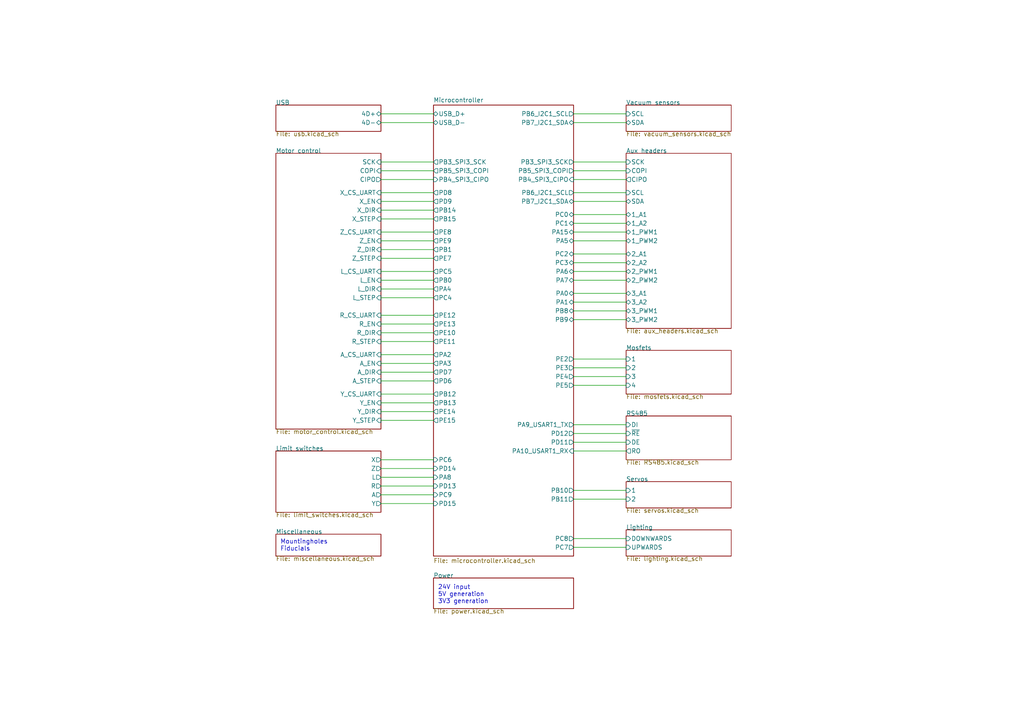
<source format=kicad_sch>
(kicad_sch (version 20211123) (generator eeschema)
  (paper "A4")
  (title_block (title "Index Mobo") (date "2022-03-29") (rev "003"))
  (lib_symbols)
  (wire (pts (xy 110.49 114.3) (xy 125.73 114.3)))
  (wire (pts (xy 166.37 142.24) (xy 181.61 142.24)))
  (wire (pts (xy 110.49 105.41) (xy 125.73 105.41)))
  (wire (pts (xy 110.49 99.06) (xy 125.73 99.06)))
  (wire (pts (xy 166.37 76.2) (xy 181.61 76.2)))
  (wire (pts (xy 166.37 123.19) (xy 181.61 123.19)))
  (wire (pts (xy 110.49 133.35) (xy 125.73 133.35)))
  (wire (pts (xy 166.37 128.27) (xy 181.61 128.27)))
  (wire (pts (xy 110.49 58.42) (xy 125.73 58.42)))
  (wire (pts (xy 166.37 111.76) (xy 181.61 111.76)))
  (wire (pts (xy 110.49 102.87) (xy 125.73 102.87)))
  (wire (pts (xy 166.37 52.07) (xy 181.61 52.07)))
  (wire (pts (xy 110.49 107.95) (xy 125.73 107.95)))
  (wire (pts (xy 166.37 33.02) (xy 181.61 33.02)))
  (wire (pts (xy 166.37 144.78) (xy 181.61 144.78)))
  (wire (pts (xy 110.49 49.53) (xy 125.73 49.53)))
  (wire (pts (xy 166.37 158.75) (xy 181.61 158.75)))
  (wire (pts (xy 110.49 91.44) (xy 125.73 91.44)))
  (wire (pts (xy 110.49 110.49) (xy 125.73 110.49)))
  (wire (pts (xy 166.37 130.81) (xy 181.61 130.81)))
  (wire (pts (xy 110.49 116.84) (xy 125.73 116.84)))
  (wire (pts (xy 110.49 135.89) (xy 125.73 135.89)))
  (wire (pts (xy 166.37 87.63) (xy 181.61 87.63)))
  (wire (pts (xy 166.37 69.85) (xy 181.61 69.85)))
  (wire (pts (xy 110.49 96.52) (xy 125.73 96.52)))
  (wire (pts (xy 166.37 92.71) (xy 181.61 92.71)))
  (wire (pts (xy 110.49 69.85) (xy 125.73 69.85)))
  (wire (pts (xy 166.37 81.28) (xy 181.61 81.28)))
  (wire (pts (xy 166.37 58.42) (xy 181.61 58.42)))
  (wire (pts (xy 166.37 109.22) (xy 181.61 109.22)))
  (wire (pts (xy 166.37 125.73) (xy 181.61 125.73)))
  (wire (pts (xy 110.49 93.98) (xy 125.73 93.98)))
  (wire (pts (xy 110.49 67.31) (xy 125.73 67.31)))
  (wire (pts (xy 110.49 83.82) (xy 125.73 83.82)))
  (wire (pts (xy 166.37 46.99) (xy 181.61 46.99)))
  (wire (pts (xy 110.49 138.43) (xy 125.73 138.43)))
  (wire (pts (xy 110.49 60.96) (xy 125.73 60.96)))
  (wire (pts (xy 110.49 140.97) (xy 125.73 140.97)))
  (wire (pts (xy 110.49 146.05) (xy 125.73 146.05)))
  (wire (pts (xy 166.37 67.31) (xy 181.61 67.31)))
  (wire (pts (xy 110.49 143.51) (xy 125.73 143.51)))
  (wire (pts (xy 166.37 62.23) (xy 181.61 62.23)))
  (wire (pts (xy 166.37 85.09) (xy 181.61 85.09)))
  (wire (pts (xy 166.37 78.74) (xy 181.61 78.74)))
  (wire (pts (xy 166.37 90.17) (xy 181.61 90.17)))
  (wire (pts (xy 166.37 73.66) (xy 181.61 73.66)))
  (wire (pts (xy 110.49 119.38) (xy 125.73 119.38)))
  (wire (pts (xy 110.49 63.5) (xy 125.73 63.5)))
  (wire (pts (xy 110.49 86.36) (xy 125.73 86.36)))
  (wire (pts (xy 110.49 55.88) (xy 125.73 55.88)))
  (wire (pts (xy 110.49 46.99) (xy 125.73 46.99)))
  (wire (pts (xy 110.49 78.74) (xy 125.73 78.74)))
  (wire (pts (xy 110.49 81.28) (xy 125.73 81.28)))
  (wire (pts (xy 166.37 156.21) (xy 181.61 156.21)))
  (wire (pts (xy 166.37 35.56) (xy 181.61 35.56)))
  (wire (pts (xy 110.49 35.56) (xy 125.73 35.56)))
  (wire (pts (xy 110.49 121.92) (xy 125.73 121.92)))
  (wire (pts (xy 110.49 74.93) (xy 125.73 74.93)))
  (wire (pts (xy 166.37 104.14) (xy 181.61 104.14)))
  (wire (pts (xy 166.37 55.88) (xy 181.61 55.88)))
  (wire (pts (xy 166.37 49.53) (xy 181.61 49.53)))
  (wire (pts (xy 110.49 72.39) (xy 125.73 72.39)))
  (wire (pts (xy 110.49 33.02) (xy 125.73 33.02)))
  (wire (pts (xy 110.49 52.07) (xy 125.73 52.07)))
  (wire (pts (xy 166.37 64.77) (xy 181.61 64.77)))
  (wire (pts (xy 166.37 106.68) (xy 181.61 106.68)))
  (text "24V input\n5V generation\n3V3 generation" (at 127 175.26 0) (effects (font (size 1.27 1.27)) (justify left bottom)))
  (text "Mountingholes\nFiducials\n" (at 81.28 160.02 0) (effects (font (size 1.27 1.27)) (justify left bottom)))
  (sheet (at 80.01 44.45) (size 30.48 80.01)
    (property "Sheet name" "Motor control" (at 80.01 44.45 0) (effects (justify left bottom)))
    (property "Sheet file" "motor_control.kicad_sch" (at 80.01 124.46 0) (effects (justify left top)))
    (pin "R_CS_UART" input (at 110.49 91.44 0))
    (pin "R_DIR" input (at 110.49 96.52 0))
    (pin "R_EN" input (at 110.49 93.98 0))
    (pin "R_STEP" input (at 110.49 99.06 0))
    (pin "COPI" input (at 110.49 49.53 0))
    (pin "CIPO" output (at 110.49 52.07 0))
    (pin "SCK" input (at 110.49 46.99 0))
    (pin "X_DIR" input (at 110.49 60.96 0))
    (pin "X_STEP" input (at 110.49 63.5 0))
    (pin "X_EN" input (at 110.49 58.42 0))
    (pin "X_CS_UART" input (at 110.49 55.88 0))
    (pin "Z_CS_UART" input (at 110.49 67.31 0))
    (pin "L_DIR" input (at 110.49 83.82 0))
    (pin "L_EN" input (at 110.49 81.28 0))
    (pin "L_STEP" input (at 110.49 86.36 0))
    (pin "L_CS_UART" input (at 110.49 78.74 0))
    (pin "Z_DIR" input (at 110.49 72.39 0))
    (pin "Z_EN" input (at 110.49 69.85 0))
    (pin "Z_STEP" input (at 110.49 74.93 0))
    (pin "A_DIR" input (at 110.49 107.95 0))
    (pin "A_EN" input (at 110.49 105.41 0))
    (pin "A_STEP" input (at 110.49 110.49 0))
    (pin "Y_CS_UART" input (at 110.49 114.3 0))
    (pin "A_CS_UART" input (at 110.49 102.87 0))
    (pin "Y_DIR" input (at 110.49 119.38 0))
    (pin "Y_EN" input (at 110.49 116.84 0))
    (pin "Y_STEP" input (at 110.49 121.92 0))
  )
  (sheet (at 181.61 44.45) (size 30.48 50.8)
    (property "Sheet name" "Aux headers" (at 181.61 44.45 0) (effects (justify left bottom)))
    (property "Sheet file" "aux_headers.kicad_sch" (at 181.61 95.25 0) (effects (justify left top)))
    (pin "SDA" bidirectional (at 181.61 58.42 180))
    (pin "COPI" input (at 181.61 49.53 180))
    (pin "SCK" input (at 181.61 46.99 180))
    (pin "SCL" input (at 181.61 55.88 180))
    (pin "CIPO" output (at 181.61 52.07 180))
    (pin "1_A1" bidirectional (at 181.61 62.23 180))
    (pin "1_PWM1" bidirectional (at 181.61 67.31 180))
    (pin "1_A2" bidirectional (at 181.61 64.77 180))
    (pin "1_PWM2" bidirectional (at 181.61 69.85 180))
    (pin "3_A2" bidirectional (at 181.61 87.63 180))
    (pin "2_PWM1" bidirectional (at 181.61 78.74 180))
    (pin "2_A2" bidirectional (at 181.61 76.2 180))
    (pin "2_PWM2" bidirectional (at 181.61 81.28 180))
    (pin "2_A1" bidirectional (at 181.61 73.66 180))
    (pin "3_PWM2" bidirectional (at 181.61 92.71 180))
    (pin "3_PWM1" bidirectional (at 181.61 90.17 180))
    (pin "3_A1" bidirectional (at 181.61 85.09 180))
  )
  (sheet (at 181.61 30.48) (size 30.48 7.62)
    (property "Sheet name" "Vacuum sensors" (at 181.61 30.48 0) (effects (justify left bottom)))
    (property "Sheet file" "vacuum_sensors.kicad_sch" (at 181.61 38.1 0) (effects (justify left top)))
    (pin "SDA" bidirectional (at 181.61 35.56 180))
    (pin "SCL" input (at 181.61 33.02 180))
  )
  (sheet (at 80.01 30.48) (size 30.48 7.62)
    (property "Sheet name" "USB" (at 80.01 30.48 0) (effects (justify left bottom)))
    (property "Sheet file" "usb.kicad_sch" (at 80.01 38.1 0) (effects (justify left top)))
    (pin "4D-" bidirectional (at 110.49 35.56 0))
    (pin "4D+" bidirectional (at 110.49 33.02 0))
  )
  (sheet (at 125.73 167.64) (size 40.64 8.89)
    (property "Sheet name" "Power" (at 125.73 167.64 0) (effects (justify left bottom)))
    (property "Sheet file" "power.kicad_sch" (at 125.73 176.53 0) (effects (justify left top)))
  )
  (sheet (at 80.01 130.81) (size 30.48 17.78) (stroke (width 0.1524))
    (property "Sheet name" "Limit switches" (at 80.01 130.81 0) (effects (justify left bottom)))
    (property "Sheet file" "limit_switches.kicad_sch" (at 80.01 148.59 0) (effects (justify left top)))
    (pin "R" output (at 110.49 140.97 0))
    (pin "L" output (at 110.49 138.43 0))
    (pin "X" output (at 110.49 133.35 0))
    (pin "Y" output (at 110.49 146.05 0))
    (pin "A" output (at 110.49 143.51 0))
    (pin "Z" output (at 110.49 135.89 0))
  )
  (sheet (at 181.61 120.65) (size 30.48 12.7) (stroke (width 0.1524))
    (property "Sheet name" "RS485" (at 181.61 120.65 0) (effects (justify left bottom)))
    (property "Sheet file" "RS485.kicad_sch" (at 181.61 133.35 0) (effects (justify left top)))
    (pin "~{RE}" input (at 181.61 125.73 180))
    (pin "DI" input (at 181.61 123.19 180))
    (pin "DE" input (at 181.61 128.27 180))
    (pin "RO" output (at 181.61 130.81 180))
  )
  (sheet (at 181.61 139.7) (size 30.48 7.62) (stroke (width 0.1524))
    (property "Sheet name" "Servos" (at 181.61 139.7 0) (effects (justify left bottom)))
    (property "Sheet file" "servos.kicad_sch" (at 181.61 147.32 0) (effects (justify left top)))
    (pin "1" input (at 181.61 142.24 180))
    (pin "2" input (at 181.61 144.78 180))
  )
  (sheet (at 181.61 153.67) (size 30.48 7.62) (stroke (width 0.1524))
    (property "Sheet name" "Lighting" (at 181.61 153.67 0) (effects (justify left bottom)))
    (property "Sheet file" "lighting.kicad_sch" (at 181.61 161.29 0) (effects (justify left top)))
    (pin "DOWNWARDS" input (at 181.61 156.21 180))
    (pin "UPWARDS" input (at 181.61 158.75 180))
  )
  (sheet (at 125.73 30.48) (size 40.64 130.81) (stroke (width 0.1524))
    (property "Sheet name" "Microcontroller" (at 125.73 29.7684 0) (effects (justify left bottom)))
    (property "Sheet file" "microcontroller.kicad_sch" (at 125.73 161.8746 0) (effects (justify left top)))
    (pin "PE2" output (at 166.37 104.14 0))
    (pin "PE3" output (at 166.37 106.68 0))
    (pin "PE5" output (at 166.37 111.76 0))
    (pin "PB1" output (at 125.73 72.39 180))
    (pin "PB12" output (at 125.73 114.3 180))
    (pin "PB14" output (at 125.73 60.96 180))
    (pin "PB13" output (at 125.73 116.84 180))
    (pin "PB15" output (at 125.73 63.5 180))
    (pin "PE13" output (at 125.73 93.98 180))
    (pin "PE11" output (at 125.73 99.06 180))
    (pin "PE12" output (at 125.73 91.44 180))
    (pin "PE14" output (at 125.73 119.38 180))
    (pin "PB3_SPI3_SCK" output (at 125.73 46.99 180))
    (pin "PE15" output (at 125.73 121.92 180))
    (pin "PB5_SPI3_COPI" output (at 125.73 49.53 180))
    (pin "PE10" output (at 125.73 96.52 180))
    (pin "PB10" output (at 166.37 142.24 0))
    (pin "PB7_I2C1_SDA" bidirectional (at 166.37 35.56 0))
    (pin "PB6_I2C1_SCL" output (at 166.37 33.02 0))
    (pin "PB11" output (at 166.37 144.78 0))
    (pin "PC5" output (at 125.73 78.74 180))
    (pin "PC4" output (at 125.73 86.36 180))
    (pin "PD9" output (at 125.73 58.42 180))
    (pin "PD13" input (at 125.73 140.97 180))
    (pin "PD15" input (at 125.73 146.05 180))
    (pin "PD14" input (at 125.73 135.89 180))
    (pin "PD6" output (at 125.73 110.49 180))
    (pin "PD8" output (at 125.73 55.88 180))
    (pin "PE4" output (at 166.37 109.22 0))
    (pin "PB4_SPI3_CIPO" input (at 125.73 52.07 180))
    (pin "PC6" input (at 125.73 133.35 180))
    (pin "PB0" output (at 125.73 81.28 180))
    (pin "PA3" output (at 125.73 105.41 180))
    (pin "PA2" output (at 125.73 102.87 180))
    (pin "PA4" output (at 125.73 83.82 180))
    (pin "PB7_I2C1_SDA" bidirectional (at 166.37 58.42 0))
    (pin "PB6_I2C1_SCL" output (at 166.37 55.88 0))
    (pin "PC9" input (at 125.73 143.51 180))
    (pin "PD7" output (at 125.73 107.95 180))
    (pin "PB4_SPI3_CIPO" input (at 166.37 52.07 0))
    (pin "PB5_SPI3_COPI" output (at 166.37 49.53 0))
    (pin "PB3_SPI3_SCK" output (at 166.37 46.99 0))
    (pin "PC0" bidirectional (at 166.37 62.23 0))
    (pin "PC1" bidirectional (at 166.37 64.77 0))
    (pin "PA15" bidirectional (at 166.37 67.31 0))
    (pin "PA8" input (at 125.73 138.43 180))
    (pin "PA5" bidirectional (at 166.37 69.85 0))
    (pin "PC2" bidirectional (at 166.37 73.66 0))
    (pin "PC3" bidirectional (at 166.37 76.2 0))
    (pin "PA6" bidirectional (at 166.37 78.74 0))
    (pin "PA7" bidirectional (at 166.37 81.28 0))
    (pin "PA0" bidirectional (at 166.37 85.09 0))
    (pin "PA1" bidirectional (at 166.37 87.63 0))
    (pin "PB8" bidirectional (at 166.37 90.17 0))
    (pin "PB9" bidirectional (at 166.37 92.71 0))
    (pin "PD11" output (at 166.37 128.27 0))
    (pin "PD12" output (at 166.37 125.73 0))
    (pin "PC7" output (at 166.37 158.75 0))
    (pin "PC8" output (at 166.37 156.21 0))
    (pin "PE7" output (at 125.73 74.93 180))
    (pin "PE8" output (at 125.73 67.31 180))
    (pin "PE9" output (at 125.73 69.85 180))
    (pin "PA9_USART1_TX" output (at 166.37 123.19 0))
    (pin "PA10_USART1_RX" input (at 166.37 130.81 0))
    (pin "USB_D+" bidirectional (at 125.73 33.02 180))
    (pin "USB_D-" bidirectional (at 125.73 35.56 180))
  )
  (sheet (at 80.01 154.94) (size 30.48 6.35) (stroke (width 0.1524))
    (property "Sheet name" "Miscellaneous" (at 80.01 154.94 0) (effects (justify left bottom)))
    (property "Sheet file" "miscellaneous.kicad_sch" (at 80.01 161.29 0) (effects (justify left top)))
  )
  (sheet (at 181.61 101.6) (size 30.48 12.7) (stroke (width 0.1524))
    (property "Sheet name" "Mosfets" (at 181.61 101.6 0) (effects (justify left bottom)))
    (property "Sheet file" "mosfets.kicad_sch" (at 181.61 114.3 0) (effects (justify left top)))
    (pin "2" input (at 181.61 106.68 180))
    (pin "4" input (at 181.61 111.76 180))
    (pin "3" input (at 181.61 109.22 180))
    (pin "1" input (at 181.61 104.14 180))
  )
)
</source>
